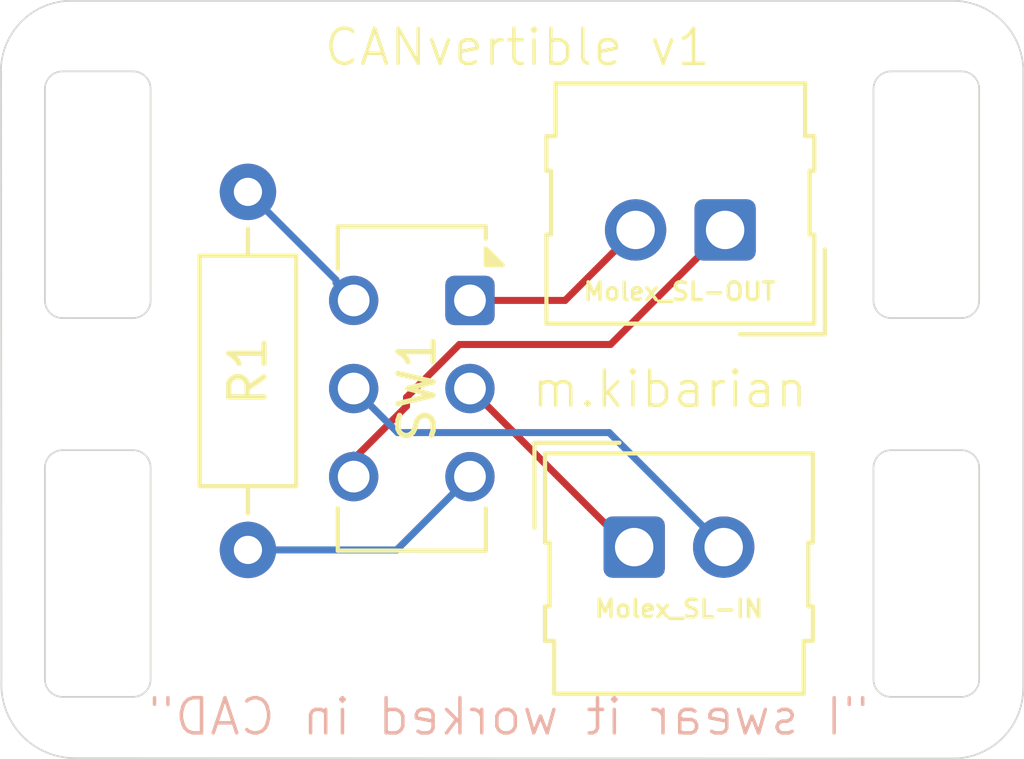
<source format=kicad_pcb>
(kicad_pcb (version 20240108) (generator "pcbnew") (generator_version "8.0")
  (layers (0 "F.Cu" signal) (31 "B.Cu" signal) (34 "B.Paste" user) (35 "F.Paste" user) (36 "B.SilkS" user "B.Silkscreen") (37 "F.SilkS" user "F.Silkscreen") (38 "B.Mask" user) (39 "F.Mask" user) (44 "Edge.Cuts" user))
  (net 0 "")
  (net 1 "Net-(SW1A-C)")
  (net 2 "Net-(SW1B-C)")
  (net 3 "CAN-L-OUT")
  (net 4 "CAN-L-IN")
  (net 5 "CAN-H-IN")
  (net 6 "CAN-H-OUT")
  (footprint "Connector_Molex:Molex_SL_171971-0002_1x02_P2.54mm_Vertical" (layer "F.Cu") (at 151.04 81.5 180)
    (property "Reference" "Molex_SL-OUT" (at 1.29 -1.75 0) (layer "F.SilkS") (effects (font (size 0.5 0.5) (thickness 0.1) (bold yes))))
    (property "Value" "Molex_SL_171971-0002_1x02_P2.54mm_Vertical" (hide yes))
    (fp_line (start 5.07 2.66) (end 5.07 1.68) (stroke (width 0.12)) (layer "F.SilkS"))
    (fp_line (start 5.07 1.68) (end 4.94 1.68) (stroke (width 0.12)) (layer "F.SilkS"))
    (fp_line (start 5.07 -0.13) (end 5.07 -2.66) (stroke (width 0.12)) (layer "F.SilkS"))
    (fp_line (start 5.07 -2.66) (end -2.53 -2.66) (stroke (width 0.12)) (layer "F.SilkS"))
    (fp_line (start 4.94 1.68) (end 4.94 -0.13) (stroke (width 0.12)) (layer "F.SilkS"))
    (fp_line (start 4.94 -0.13) (end 5.07 -0.13) (stroke (width 0.12)) (layer "F.SilkS"))
    (fp_line (start 4.81 4.16) (end 4.81 2.66) (stroke (width 0.12)) (layer "F.SilkS"))
    (fp_line (start 4.81 2.66) (end 5.07 2.66) (stroke (width 0.12)) (layer "F.SilkS"))
    (fp_line (start -2.27 4.16) (end 4.81 4.16) (stroke (width 0.12)) (layer "F.SilkS"))
    (fp_line (start -2.27 2.66) (end -2.27 4.16) (stroke (width 0.12)) (layer "F.SilkS"))
    (fp_line (start -2.4 1.68) (end -2.53 1.68) (stroke (width 0.12)) (layer "F.SilkS"))
    (fp_line (start -2.4 -0.13) (end -2.4 1.68) (stroke (width 0.12)) (layer "F.SilkS"))
    (fp_line (start -2.53 2.66) (end -2.27 2.66) (stroke (width 0.12)) (layer "F.SilkS"))
    (fp_line (start -2.53 1.68) (end -2.53 2.66) (stroke (width 0.12)) (layer "F.SilkS"))
    (fp_line (start -2.53 -0.13) (end -2.4 -0.13) (stroke (width 0.12)) (layer "F.SilkS"))
    (fp_line (start -2.53 -2.66) (end -2.53 -0.13) (stroke (width 0.12)) (layer "F.SilkS"))
    (fp_line (start -2.83 -0.55) (end -2.83 -2.96) (stroke (width 0.12)) (layer "F.SilkS"))
    (fp_line (start -2.83 -2.96) (end -0.42 -2.96) (stroke (width 0.12)) (layer "F.SilkS"))
    (pad "1" thru_hole roundrect (at 0 0 180) (size 1.74 1.74) (drill 1.09) (layers "*.Cu" "*.Mask") (roundrect_rratio 0.143678) (net 6 "CAN-H-OUT"))
    (pad "2" thru_hole circle (at 2.54 0 180) (size 1.74 1.74) (drill 1.09) (layers "*.Cu" "*.Mask") (net 3 "CAN-L-OUT"))
  )
  (footprint "Resistor_THT:R_Axial_DIN0207_L6.3mm_D2.5mm_P10.16mm_Horizontal" (layer "F.Cu") (at 137.5 90.58 90)
    (property "Reference" "R1" (at 5.08 0 90) (layer "F.SilkS"))
    (property "Value" "120ohm" (hide yes))
    (fp_line (start 8.35 -1.37) (end 1.81 -1.37) (stroke (width 0.12)) (layer "F.SilkS"))
    (fp_line (start 1.81 -1.37) (end 1.81 1.37) (stroke (width 0.12)) (layer "F.SilkS"))
    (fp_line (start 9.12 0) (end 8.35 0) (stroke (width 0.12)) (layer "F.SilkS"))
    (fp_line (start 1.04 0) (end 1.81 0) (stroke (width 0.12)) (layer "F.SilkS"))
    (fp_line (start 8.35 1.37) (end 8.35 -1.37) (stroke (width 0.12)) (layer "F.SilkS"))
    (fp_line (start 1.81 1.37) (end 8.35 1.37) (stroke (width 0.12)) (layer "F.SilkS"))
    (pad "1" thru_hole circle (at 0 0 90) (size 1.6 1.6) (drill 0.8) (layers "*.Cu" "*.Mask") (net 1 "Net-(SW1A-C)"))
    (pad "2" thru_hole oval (at 10.16 0 90) (size 1.6 1.6) (drill 0.8) (layers "*.Cu" "*.Mask") (net 2 "Net-(SW1B-C)"))
  )
  (footprint "Connector_Molex:Molex_SL_171971-0002_1x02_P2.54mm_Vertical" (layer "F.Cu") (at 148.46 90.5)
    (property "Reference" "Molex_SL-IN" (at 1.27 1.75 0) (layer "F.SilkS") (effects (font (size 0.5 0.5) (thickness 0.1) (bold yes))))
    (property "Value" "Molex_SL_171971-0002_1x02_P2.54mm_Vertical" (hide yes))
    (fp_line (start -2.83 -2.96) (end -0.42 -2.96) (stroke (width 0.12)) (layer "F.SilkS"))
    (fp_line (start -2.83 -0.55) (end -2.83 -2.96) (stroke (width 0.12)) (layer "F.SilkS"))
    (fp_line (start -2.53 -2.66) (end -2.53 -0.13) (stroke (width 0.12)) (layer "F.SilkS"))
    (fp_line (start -2.53 -0.13) (end -2.4 -0.13) (stroke (width 0.12)) (layer "F.SilkS"))
    (fp_line (start -2.53 1.68) (end -2.53 2.66) (stroke (width 0.12)) (layer "F.SilkS"))
    (fp_line (start -2.53 2.66) (end -2.27 2.66) (stroke (width 0.12)) (layer "F.SilkS"))
    (fp_line (start -2.4 -0.13) (end -2.4 1.68) (stroke (width 0.12)) (layer "F.SilkS"))
    (fp_line (start -2.4 1.68) (end -2.53 1.68) (stroke (width 0.12)) (layer "F.SilkS"))
    (fp_line (start -2.27 2.66) (end -2.27 4.16) (stroke (width 0.12)) (layer "F.SilkS"))
    (fp_line (start -2.27 4.16) (end 4.81 4.16) (stroke (width 0.12)) (layer "F.SilkS"))
    (fp_line (start 4.81 2.66) (end 5.07 2.66) (stroke (width 0.12)) (layer "F.SilkS"))
    (fp_line (start 4.81 4.16) (end 4.81 2.66) (stroke (width 0.12)) (layer "F.SilkS"))
    (fp_line (start 4.94 -0.13) (end 5.07 -0.13) (stroke (width 0.12)) (layer "F.SilkS"))
    (fp_line (start 4.94 1.68) (end 4.94 -0.13) (stroke (width 0.12)) (layer "F.SilkS"))
    (fp_line (start 5.07 -2.66) (end -2.53 -2.66) (stroke (width 0.12)) (layer "F.SilkS"))
    (fp_line (start 5.07 -0.13) (end 5.07 -2.66) (stroke (width 0.12)) (layer "F.SilkS"))
    (fp_line (start 5.07 1.68) (end 4.94 1.68) (stroke (width 0.12)) (layer "F.SilkS"))
    (fp_line (start 5.07 2.66) (end 5.07 1.68) (stroke (width 0.12)) (layer "F.SilkS"))
    (pad "1" thru_hole roundrect (at 0 0) (size 1.74 1.74) (drill 1.09) (layers "*.Cu" "*.Mask") (roundrect_rratio 0.143678) (net 4 "CAN-L-IN"))
    (pad "2" thru_hole circle (at 2.54 0) (size 1.74 1.74) (drill 1.09) (layers "*.Cu" "*.Mask") (net 5 "CAN-H-IN"))
  )
  (footprint "Button_Switch_THT:SW_CK_JS202011CQN_DPDT_Straight" (layer "F.Cu") (at 143.8 83.5 -90)
    (property "Reference" "SW1" (at 2.5 1.5 90) (layer "F.SilkS"))
    (property "Value" "SW_DPDT_x2" (hide yes))
    (fp_line (start -2.1 3.75) (end -0.9 3.75) (stroke (width 0.12)) (layer "F.SilkS"))
    (fp_line (start 7.1 3.75) (end 5.9 3.75) (stroke (width 0.12)) (layer "F.SilkS"))
    (fp_line (start -2.1 -0.45) (end -2.1 3.75) (stroke (width 0.12)) (layer "F.SilkS"))
    (fp_line (start -1.75 -0.45) (end -2.1 -0.45) (stroke (width 0.12)) (layer "F.SilkS"))
    (fp_line (start 5.9 -0.45) (end 7.1 -0.45) (stroke (width 0.12)) (layer "F.SilkS"))
    (fp_line (start 7.1 -0.45) (end 7.1 3.75) (stroke (width 0.12)) (layer "F.SilkS"))
    (fp_poly (pts (xy -1 -0.45) (xy -1.48 -0.45) (xy -1 -0.93) (xy -1 -0.45)) (stroke (width 0.12)) (fill solid) (layer "F.SilkS"))
    (pad "1" thru_hole roundrect (at 0 0 270) (size 1.4 1.4) (drill 0.9) (layers "*.Cu" "*.Mask") (roundrect_rratio 0.1785714286) (net 3 "CAN-L-OUT"))
    (pad "2" thru_hole circle (at 2.5 0 270) (size 1.4 1.4) (drill 0.9) (layers "*.Cu" "*.Mask") (net 4 "CAN-L-IN"))
    (pad "3" thru_hole circle (at 5 0 270) (size 1.4 1.4) (drill 0.9) (layers "*.Cu" "*.Mask") (net 1 "Net-(SW1A-C)"))
    (pad "4" thru_hole circle (at 5 3.3 270) (size 1.4 1.4) (drill 0.9) (layers "*.Cu" "*.Mask") (net 6 "CAN-H-OUT"))
    (pad "5" thru_hole circle (at 2.5 3.3 270) (size 1.4 1.4) (drill 0.9) (layers "*.Cu" "*.Mask") (net 5 "CAN-H-IN"))
    (pad "6" thru_hole circle (at 0 3.3 270) (size 1.4 1.4) (drill 0.9) (layers "*.Cu" "*.Mask") (net 2 "Net-(SW1B-C)"))
  )
  (gr_arc (start 157.75 77) (mid 158.103553 77.146447) (end 158.25 77.5) (stroke (width 0.05)) (layer "Edge.Cuts"))
  (gr_line (start 134.738002 77.5) (end 134.738002 83.5) (stroke (width 0.05)) (layer "Edge.Cuts"))
  (gr_line (start 131.738002 83.5) (end 131.738002 77.5) (stroke (width 0.05)) (layer "Edge.Cuts"))
  (gr_arc (start 134.738002 83.5) (mid 134.591558 83.85357) (end 134.238002 84) (stroke (width 0.05)) (layer "Edge.Cuts"))
  (gr_arc (start 159.5 94.5) (mid 158.914214 95.914214) (end 157.5 96.5) (stroke (width 0.05)) (layer "Edge.Cuts"))
  (gr_line (start 158.25 88.25) (end 158.25 94.25) (stroke (width 0.05)) (layer "Edge.Cuts"))
  (gr_line (start 155.75 87.75) (end 157.75 87.75) (stroke (width 0.05)) (layer "Edge.Cuts"))
  (gr_arc (start 131.738002 77.5) (mid 131.884451 77.146463) (end 132.238002 77) (stroke (width 0.05)) (layer "Edge.Cuts"))
  (gr_arc (start 132.238002 84) (mid 131.884418 83.85357) (end 131.738002 83.5) (stroke (width 0.05)) (layer "Edge.Cuts"))
  (gr_arc (start 155.25 77.5) (mid 155.396447 77.146447) (end 155.75 77) (stroke (width 0.05)) (layer "Edge.Cuts"))
  (gr_arc (start 134.238002 87.75) (mid 134.591525 87.896463) (end 134.738002 88.25) (stroke (width 0.05)) (layer "Edge.Cuts"))
  (gr_line (start 132.238002 87.75) (end 134.238002 87.75) (stroke (width 0.05)) (layer "Edge.Cuts"))
  (gr_arc (start 155.75 84) (mid 155.396447 83.853553) (end 155.25 83.5) (stroke (width 0.05)) (layer "Edge.Cuts"))
  (gr_arc (start 132.591555 96.488181) (mid 131.080046 95.840778) (end 130.50577 94.3) (stroke (width 0.05)) (layer "Edge.Cuts"))
  (gr_line (start 134.238002 94.75) (end 132.238002 94.75) (stroke (width 0.05)) (layer "Edge.Cuts"))
  (gr_line (start 157.5 96.5) (end 132.591555 96.488181) (stroke (width 0.05)) (layer "Edge.Cuts"))
  (gr_line (start 155.25 83.5) (end 155.25 77.5) (stroke (width 0.05)) (layer "Edge.Cuts"))
  (gr_arc (start 158.25 83.5) (mid 158.103553 83.853553) (end 157.75 84) (stroke (width 0.05)) (layer "Edge.Cuts"))
  (gr_line (start 158.25 77.5) (end 158.25 83.5) (stroke (width 0.05)) (layer "Edge.Cuts"))
  (gr_line (start 159.5 94.5) (end 159.5 77) (stroke (width 0.05)) (layer "Edge.Cuts"))
  (gr_line (start 132.238002 77) (end 134.238002 77) (stroke (width 0.05)) (layer "Edge.Cuts"))
  (gr_line (start 157.75 94.75) (end 155.75 94.75) (stroke (width 0.05)) (layer "Edge.Cuts"))
  (gr_arc (start 134.738002 94.25) (mid 134.591558 94.60357) (end 134.238002 94.75) (stroke (width 0.05)) (layer "Edge.Cuts"))
  (gr_arc (start 155.75 94.75) (mid 155.396447 94.603553) (end 155.25 94.25) (stroke (width 0.05)) (layer "Edge.Cuts"))
  (gr_arc (start 155.25 88.25) (mid 155.396447 87.896447) (end 155.75 87.75) (stroke (width 0.05)) (layer "Edge.Cuts"))
  (gr_line (start 130.505769 94.3) (end 130.49423 77) (stroke (width 0.05)) (layer "Edge.Cuts"))
  (gr_line (start 134.738002 88.25) (end 134.738002 94.25) (stroke (width 0.05)) (layer "Edge.Cuts"))
  (gr_line (start 131.738002 94.25) (end 131.738002 88.25) (stroke (width 0.05)) (layer "Edge.Cuts"))
  (gr_arc (start 131.738002 88.25) (mid 131.884451 87.896463) (end 132.238002 87.75) (stroke (width 0.05)) (layer "Edge.Cuts"))
  (gr_arc (start 134.238002 77) (mid 134.591525 77.146463) (end 134.738002 77.5) (stroke (width 0.05)) (layer "Edge.Cuts"))
  (gr_line (start 132.391555 75) (end 157.585787 75) (stroke (width 0.05)) (layer "Edge.Cuts"))
  (gr_arc (start 158.25 94.25) (mid 158.103553 94.603553) (end 157.75 94.75) (stroke (width 0.05)) (layer "Edge.Cuts"))
  (gr_arc (start 157.75 87.75) (mid 158.103553 87.896447) (end 158.25 88.25) (stroke (width 0.05)) (layer "Edge.Cuts"))
  (gr_line (start 155.75 77) (end 157.75 77) (stroke (width 0.05)) (layer "Edge.Cuts"))
  (gr_line (start 134.238002 84) (end 132.238002 84) (stroke (width 0.05)) (layer "Edge.Cuts"))
  (gr_arc (start 132.238002 94.75) (mid 131.884418 94.60357) (end 131.738002 94.25) (stroke (width 0.05)) (layer "Edge.Cuts"))
  (gr_line (start 155.25 94.25) (end 155.25 88.25) (stroke (width 0.05)) (layer "Edge.Cuts"))
  (gr_line (start 157.75 84) (end 155.75 84) (stroke (width 0.05)) (layer "Edge.Cuts"))
  (gr_arc (start 130.489057 77) (mid 131.04065 75.619828) (end 132.391555 75) (stroke (width 0.05)) (layer "Edge.Cuts"))
  (gr_arc (start 157.585787 75) (mid 158.945526 75.615148) (end 159.501839 77) (stroke (width 0.05)) (layer "Edge.Cuts"))
  (gr_text "{dblquote}I swear it worked in CAD{dblquote}" (at 155.2 95.9 0) (layer "B.SilkS") (effects (font (size 1 1) (thickness 0.1)) (justify left bottom mirror)))
  (gr_text "m.kibarian" (at 145.5 86.6 0) (layer "F.SilkS") (effects (font (size 1 1) (thickness 0.1)) (justify left bottom)))
  (gr_text "CANvertible v1" (at 139.6 76.9 0) (layer "F.SilkS") (effects (font (size 1 1) (thickness 0.1)) (justify left bottom)))
  (segment (start 141.72 90.58) (end 137.5 90.58) (width 0.2) (layer "B.Cu") (net 1))
  (segment (start 143.8 88.5) (end 141.72 90.58) (width 0.2) (layer "B.Cu") (net 1))
  (segment (start 140 82.92) (end 137.5 80.42) (width 0.2) (layer "B.Cu") (net 2))
  (segment (start 140 83) (end 140 82.92) (width 0.2) (layer "B.Cu") (net 2))
  (segment (start 140.5 83.5) (end 140 83) (width 0.2) (layer "B.Cu") (net 2))
  (segment (start 143.8 83.5) (end 146.5 83.5) (width 0.2) (layer "F.Cu") (net 3))
  (segment (start 146.5 83.5) (end 148.5 81.5) (width 0.2) (layer "F.Cu") (net 3))
  (segment (start 148.3 90.5) (end 148.46 90.5) (width 0.2) (layer "F.Cu") (net 4))
  (segment (start 143.8 86) (end 148.3 90.5) (width 0.2) (layer "F.Cu") (net 4))
  (segment (start 140.5 86) (end 141.75 87.25) (width 0.2) (layer "B.Cu") (net 5))
  (segment (start 147.75 87.25) (end 151 90.5) (width 0.2) (layer "B.Cu") (net 5))
  (segment (start 141.75 87.25) (end 147.75 87.25) (width 0.2) (layer "B.Cu") (net 5))
  (segment (start 140.5 88.5) (end 140.5 88) (width 0.2) (layer "F.Cu") (net 6))
  (segment (start 143.5 84.75) (end 147.79 84.75) (width 0.2) (layer "F.Cu") (net 6))
  (segment (start 142 86.5) (end 142 86.25) (width 0.2) (layer "F.Cu") (net 6))
  (segment (start 140.5 88) (end 142 86.5) (width 0.2) (layer "F.Cu") (net 6))
  (segment (start 142 86.25) (end 143.5 84.75) (width 0.2) (layer "F.Cu") (net 6))
  (segment (start 147.79 84.75) (end 151.04 81.5) (width 0.2) (layer "F.Cu") (net 6))
  (segment (start 140.5 88.5) (end 140.5 87.885786) (width 0.2) (layer "B.Cu") (net 6))
)
</source>
